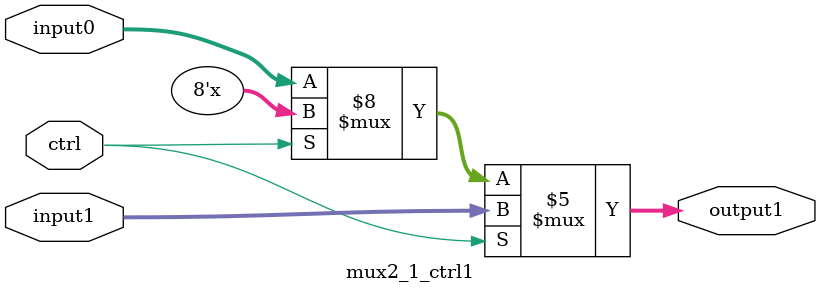
<source format=v>

`timescale 1ns / 1ns

module mux2_1_ctrl1(output1, input0, input1, ctrl);

//-------------Input Ports-----------------------------
input wire ctrl;		
input wire [7:0] input0;	//input at 0
input wire [7:0] input1;	//unput at 1

//-------------Output Ports----------------------------

output reg [7:0] output1; 	//8 bits of output

//------------------Instructions-----------------------
always @(input0&&input1)
	begin
		if (ctrl == 0)
			output1 = input0;
		if (ctrl == 1)
			output1 = input1;
	end
endmodule
</source>
